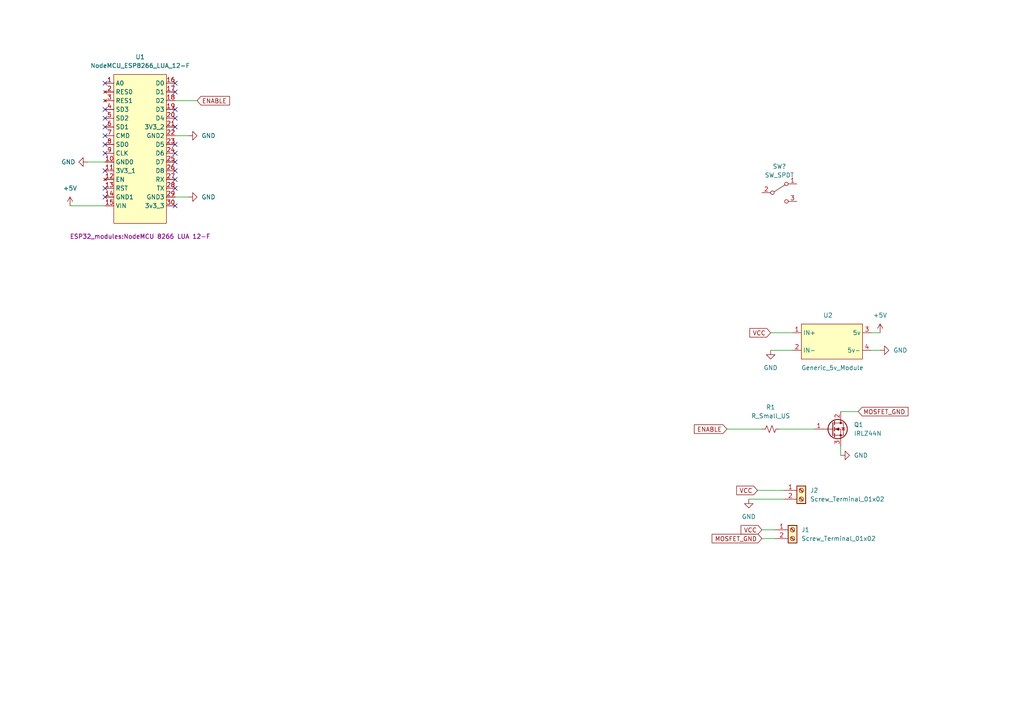
<source format=kicad_sch>
(kicad_sch (version 20211123) (generator eeschema)
  (paper "A4")
  (lib_symbols
    (symbol "Connector:Screw_Terminal_01x02" (pin_names (offset 1.016) hide)
      (property "Reference" "J" (at 0 2.54 0))
      (property "Value" "Screw_Terminal_01x02" (at 0 -5.08 0))
      (symbol "Screw_Terminal_01x02_1_1"
        (rectangle (start -1.27 1.27) (end 1.27 -3.81) (stroke (width 0.254)) (fill (type background)))
        (circle (center 0 -2.54) (radius 0.635) (stroke (width 0.1524)))
        (polyline (pts (xy -0.5334 -2.2098) (xy 0.3302 -3.048)) (stroke (width 0.1524)))
        (polyline (pts (xy -0.5334 0.3302) (xy 0.3302 -0.508)) (stroke (width 0.1524)))
        (polyline (pts (xy -0.3556 -2.032) (xy 0.508 -2.8702)) (stroke (width 0.1524)))
        (polyline (pts (xy -0.3556 0.508) (xy 0.508 -0.3302)) (stroke (width 0.1524)))
        (circle (center 0 0) (radius 0.635) (stroke (width 0.1524)))
        (pin passive line (at -5.08 0 0) (length 3.81) (name "Pin_1") (number "1"))
        (pin passive line (at -5.08 -2.54 0) (length 3.81) (name "Pin_2") (number "2"))
      )
    )
    (symbol "Converter_DCDC:Generic_5v_Module"
      (property "Reference" "U" (at 0 -12.7 0))
      (property "Value" "Generic_5v_Module" (at 0 7.62 0))
      (symbol "Generic_5v_Module_0_1"
        (rectangle (start 0 0) (end 17.78 -10.16) (fill (type background)))
        (rectangle (start 2.54 -2.54) (end 2.54 -2.54))
      )
      (symbol "Generic_5v_Module_1_1"
        (pin input line (at -2.54 -2.54 0) (length 2.54) (name "IN+") (number "1"))
        (pin input line (at -2.54 -7.62 0) (length 2.54) (name "IN-") (number "2"))
        (pin output line (at 20.32 -2.54 180) (length 2.54) (name "5v") (number "3"))
        (pin output line (at 20.32 -7.62 180) (length 2.54) (name "5v-") (number "4"))
      )
    )
    (symbol "Device:R_Small_US" (pin_numbers hide) (pin_names (offset 0.254) hide)
      (property "Reference" "R" (at 0.762 0.508 0))
      (property "Value" "R_Small_US" (at 0.762 -1.016 0))
      (symbol "R_Small_US_1_1"
        (polyline (pts (xy 0 0) (xy 1.016 -0.381) (xy 0 -0.762) (xy -1.016 -1.143) (xy 0 -1.524)))
        (polyline (pts (xy 0 1.524) (xy 1.016 1.143) (xy 0 0.762) (xy -1.016 0.381) (xy 0 0)))
        (pin passive line (at 0 2.54 270) (length 1.016) (name "~") (number "1"))
        (pin passive line (at 0 -2.54 90) (length 1.016) (name "~") (number "2"))
      )
    )
    (symbol "Espressif:NodeMCU_ESP8266_LUA_12-F"
      (property "Reference" "U" (at 10.16 -43.18 0))
      (property "Value" "NodeMCU_ESP8266_LUA_12-F" (at 7.62 5.08 0))
      (symbol "NodeMCU_ESP8266_LUA_12-F_0_0"
        (pin input line (at 0 0 0) (length 2.54) (name "A0") (number "1"))
        (pin power_out line (at 0 -22.86 0) (length 2.54) (name "GND0") (number "10"))
        (pin input line (at 0 -25.4 0) (length 2.54) (name "3V3_1") (number "11"))
        (pin no_connect line (at 0 -27.94 0) (length 2.54) (name "EN") (number "12"))
        (pin unspecified line (at 0 -30.48 0) (length 2.54) (name "RST") (number "13"))
        (pin unspecified line (at 0 -33.02 0) (length 2.54) (name "GND1") (number "14"))
        (pin power_in line (at 0 -35.56 0) (length 2.54) (name "VIN") (number "15"))
        (pin bidirectional line (at 20.32 0 180) (length 2.54) (name "D0") (number "16"))
        (pin bidirectional line (at 20.32 -2.54 180) (length 2.54) (name "D1") (number "17"))
        (pin bidirectional line (at 20.32 -5.08 180) (length 2.54) (name "D2") (number "18"))
        (pin bidirectional line (at 20.32 -7.62 180) (length 2.54) (name "D3") (number "19"))
        (pin no_connect line (at 0 -2.54 0) (length 2.54) (name "RES0") (number "2"))
        (pin bidirectional line (at 20.32 -10.16 180) (length 2.54) (name "D4") (number "20"))
        (pin power_in line (at 20.32 -12.7 180) (length 2.54) (name "3V3_2") (number "21"))
        (pin power_out line (at 20.32 -15.24 180) (length 2.54) (name "GND2") (number "22"))
        (pin bidirectional line (at 20.32 -17.78 180) (length 2.54) (name "D5") (number "23"))
        (pin bidirectional line (at 20.32 -20.32 180) (length 2.54) (name "D6") (number "24"))
        (pin bidirectional line (at 20.32 -22.86 180) (length 2.54) (name "D7") (number "25"))
        (pin bidirectional line (at 20.32 -25.4 180) (length 2.54) (name "D8") (number "26"))
        (pin input line (at 20.32 -27.94 180) (length 2.54) (name "RX") (number "27"))
        (pin output line (at 20.32 -30.48 180) (length 2.54) (name "TX") (number "28"))
        (pin power_out line (at 20.32 -33.02 180) (length 2.54) (name "GND3") (number "29"))
        (pin no_connect line (at 0 -5.08 0) (length 2.54) (name "RES1") (number "3"))
        (pin power_in line (at 20.32 -35.56 180) (length 2.54) (name "3v3_3") (number "30"))
        (pin bidirectional line (at 0 -7.62 0) (length 2.54) (name "SD3") (number "4"))
        (pin bidirectional line (at 0 -10.16 0) (length 2.54) (name "SD2") (number "5"))
        (pin bidirectional line (at 0 -12.7 0) (length 2.54) (name "SD1") (number "6"))
        (pin bidirectional line (at 0 -15.24 0) (length 2.54) (name "CMD") (number "7"))
        (pin bidirectional line (at 0 -17.78 0) (length 2.54) (name "SD0") (number "8"))
        (pin bidirectional line (at 0 -20.32 0) (length 2.54) (name "CLK") (number "9"))
      )
      (symbol "NodeMCU_ESP8266_LUA_12-F_0_1"
        (rectangle (start 2.54 2.54) (end 17.78 -40.64) (fill (type background)))
      )
    )
    (symbol "Switch:SW_SPDT" (pin_names (offset 0) hide)
      (property "Reference" "SW" (at 0 4.318 0))
      (property "Value" "SW_SPDT" (at 0 -5.08 0))
      (symbol "SW_SPDT_0_0"
        (circle (center -2.032 0) (radius 0.508))
        (circle (center 2.032 -2.54) (radius 0.508))
      )
      (symbol "SW_SPDT_0_1"
        (polyline (pts (xy -1.524 0.254) (xy 1.651 2.286)))
        (circle (center 2.032 2.54) (radius 0.508))
      )
      (symbol "SW_SPDT_1_1"
        (pin passive line (at 5.08 2.54 180) (length 2.54) (name "A") (number "1"))
        (pin passive line (at -5.08 0 0) (length 2.54) (name "B") (number "2"))
        (pin passive line (at 5.08 -2.54 180) (length 2.54) (name "C") (number "3"))
      )
    )
    (symbol "Transistor_FET:IRLZ44N" (pin_names hide)
      (property "Reference" "Q" (at 6.35 1.905 0))
      (property "Value" "IRLZ44N" (at 6.35 0 0))
      (symbol "IRLZ44N_0_1"
        (polyline (pts (xy 0.254 0) (xy -2.54 0)))
        (polyline (pts (xy 0.254 1.905) (xy 0.254 -1.905)) (stroke (width 0.254)))
        (polyline (pts (xy 0.762 -1.27) (xy 0.762 -2.286)) (stroke (width 0.254)))
        (polyline (pts (xy 0.762 0.508) (xy 0.762 -0.508)) (stroke (width 0.254)))
        (polyline (pts (xy 0.762 2.286) (xy 0.762 1.27)) (stroke (width 0.254)))
        (polyline (pts (xy 2.54 2.54) (xy 2.54 1.778)))
        (polyline (pts (xy 2.54 -2.54) (xy 2.54 0) (xy 0.762 0)))
        (polyline (pts (xy 0.762 -1.778) (xy 3.302 -1.778) (xy 3.302 1.778) (xy 0.762 1.778)))
        (polyline (pts (xy 1.016 0) (xy 2.032 0.381) (xy 2.032 -0.381) (xy 1.016 0)) (fill (type outline)))
        (polyline (pts (xy 2.794 0.508) (xy 2.921 0.381) (xy 3.683 0.381) (xy 3.81 0.254)))
        (polyline (pts (xy 3.302 0.381) (xy 2.921 -0.254) (xy 3.683 -0.254) (xy 3.302 0.381)))
        (circle (center 1.651 0) (radius 2.794) (stroke (width 0.254)))
        (circle (center 2.54 -1.778) (radius 0.254) (fill (type outline)))
        (circle (center 2.54 1.778) (radius 0.254) (fill (type outline)))
      )
      (symbol "IRLZ44N_1_1"
        (pin input line (at -5.08 0 0) (length 2.54) (name "G") (number "1"))
        (pin passive line (at 2.54 5.08 270) (length 2.54) (name "D") (number "2"))
        (pin passive line (at 2.54 -5.08 90) (length 2.54) (name "S") (number "3"))
      )
    )
    (symbol "power:+5V" (power) (pin_names (offset 0))
      (property "Value" "+5V" (at 0 3.556 0))
      (symbol "+5V_0_1"
        (polyline (pts (xy -0.762 1.27) (xy 0 2.54)))
        (polyline (pts (xy 0 0) (xy 0 2.54)))
        (polyline (pts (xy 0 2.54) (xy 0.762 1.27)))
      )
      (symbol "+5V_1_1"
        (pin power_in line (at 0 0 90) (length 0) hide (name "+5V") (number "1"))
      )
    )
    (symbol "power:GND" (power) (pin_names (offset 0))
      (property "Value" "GND" (at 0 -3.81 0))
      (symbol "GND_0_1"
        (polyline (pts (xy 0 0) (xy 0 -1.27) (xy 1.27 -1.27) (xy 0 -2.54) (xy -1.27 -1.27) (xy 0 -1.27)))
      )
      (symbol "GND_1_1"
        (pin power_in line (at 0 0 270) (length 0) hide (name "GND") (number "1"))
      )
    )
  )
  (no_connect (at 50.8 46.99))
  (no_connect (at 50.8 49.53))
  (no_connect (at 50.8 52.07))
  (no_connect (at 50.8 54.61))
  (no_connect (at 50.8 24.13))
  (no_connect (at 50.8 26.67))
  (no_connect (at 50.8 31.75))
  (no_connect (at 50.8 34.29))
  (no_connect (at 30.48 24.13))
  (no_connect (at 50.8 36.83))
  (no_connect (at 50.8 41.91))
  (no_connect (at 50.8 44.45))
  (no_connect (at 30.48 34.29))
  (no_connect (at 30.48 31.75))
  (no_connect (at 50.8 59.69))
  (no_connect (at 30.48 57.15))
  (no_connect (at 30.48 54.61))
  (no_connect (at 30.48 49.53))
  (no_connect (at 30.48 44.45))
  (no_connect (at 30.48 41.91))
  (no_connect (at 30.48 39.37))
  (no_connect (at 30.48 36.83))
  (wire (pts (xy 223.52 101.6) (xy 229.87 101.6)))
  (wire (pts (xy 252.73 101.6) (xy 255.27 101.6)))
  (wire (pts (xy 50.8 39.37) (xy 54.61 39.37)))
  (wire (pts (xy 255.27 96.52) (xy 252.73 96.52)))
  (wire (pts (xy 219.71 142.24) (xy 227.33 142.24)))
  (wire (pts (xy 220.98 153.67) (xy 224.79 153.67)))
  (wire (pts (xy 25.4 46.99) (xy 30.48 46.99)))
  (wire (pts (xy 50.8 29.21) (xy 57.15 29.21)))
  (wire (pts (xy 20.32 59.69) (xy 30.48 59.69)))
  (wire (pts (xy 217.17 144.78) (xy 227.33 144.78)))
  (wire (pts (xy 226.06 124.46) (xy 236.22 124.46)))
  (wire (pts (xy 210.82 124.46) (xy 220.98 124.46)))
  (wire (pts (xy 243.84 129.54) (xy 243.84 132.08)))
  (wire (pts (xy 243.84 119.38) (xy 248.92 119.38)))
  (wire (pts (xy 50.8 57.15) (xy 54.61 57.15)))
  (wire (pts (xy 220.98 156.21) (xy 224.79 156.21)))
  (wire (pts (xy 223.52 96.52) (xy 229.87 96.52)))
  (global_label "VCC" (shape input) (at 219.71 142.24 180) (property "Intersheet References" "${INTERSHEET_REFS}" (effects hide)))
  (global_label "ENABLE" (shape input) (at 57.15 29.21 0) (property "Intersheet References" "${INTERSHEET_REFS}" (effects hide)))
  (global_label "ENABLE" (shape input) (at 210.82 124.46 180) (property "Intersheet References" "${INTERSHEET_REFS}" (effects hide)))
  (global_label "MOSFET_GND" (shape input) (at 220.98 156.21 180) (property "Intersheet References" "${INTERSHEET_REFS}" (effects hide)))
  (global_label "VCC" (shape input) (at 223.52 96.52 180) (property "Intersheet References" "${INTERSHEET_REFS}" (effects hide)))
  (global_label "VCC" (shape input) (at 220.98 153.67 180) (property "Intersheet References" "${INTERSHEET_REFS}" (effects hide)))
  (global_label "MOSFET_GND" (shape input) (at 248.92 119.38 0) (property "Intersheet References" "${INTERSHEET_REFS}" (effects hide)))
  (symbol (lib_id "power:GND") (at 223.52 101.6 0) (unit 1)
    (property "Reference" "#PWR06" (effects hide))
    (property "Value" "GND" (at 223.52 106.68 0))
  )
  (symbol (lib_id "Espressif:NodeMCU_ESP8266_LUA_12-F") (at 30.48 24.13 0) (unit 1)
    (property "Reference" "U1" (at 40.64 16.51 0))
    (property "Value" "NodeMCU_ESP8266_LUA_12-F" (at 40.64 19.05 0))
    (property "Footprint" "ESP32_modules:NodeMCU 8266 LUA 12-F" (at 40.64 68.58 0))
  )
  (symbol (lib_id "power:GND") (at 243.84 132.08 90) (unit 1)
    (property "Reference" "#PWR02" (effects hide))
    (property "Value" "GND" (at 247.65 132.0799 90) (effects (justify right)))
  )
  (symbol (lib_id "power:GND") (at 255.27 101.6 90) (unit 1)
    (property "Reference" "#PWR08" (effects hide))
    (property "Value" "GND" (at 259.08 101.5999 90) (effects (justify right)))
  )
  (symbol (lib_id "power:GND") (at 54.61 39.37 90) (unit 1)
    (property "Reference" "#PWR04" (effects hide))
    (property "Value" "GND" (at 58.42 39.3699 90) (effects (justify right)))
  )
  (symbol (lib_id "Transistor_FET:IRLZ44N") (at 241.3 124.46 0) (unit 1)
    (property "Reference" "Q1" (at 247.65 123.1899 0) (effects (justify left)))
    (property "Value" "IRLZ44N" (at 247.65 125.7299 0) (effects (justify left)))
    (property "Footprint" "Package_TO_SOT_THT:TO-220-3_Vertical" (effects hide))
    (property "Datasheet" "http://www.irf.com/product-info/datasheets/data/irlz44n.pdf" (effects hide))
  )
  (symbol (lib_id "Switch:SW_SPDT") (at 226.06 55.88 0) (unit 1)
    (property "Reference" "SW?" (at 226.06 48.26 0))
    (property "Value" "SW_SPDT" (at 226.06 50.8 0))
  )
  (symbol (lib_id "power:+5V") (at 20.32 59.69 0) (unit 1)
    (property "Reference" "#PWR01" (effects hide))
    (property "Value" "+5V" (at 20.32 54.61 0))
  )
  (symbol (lib_id "power:GND") (at 217.17 144.78 0) (unit 1)
    (property "Reference" "#PWR09" (effects hide))
    (property "Value" "GND" (at 217.17 149.86 0))
  )
  (symbol (lib_id "Converter_DCDC:Generic_5v_Module") (at 232.41 93.98 0) (unit 1)
    (property "Reference" "U2" (at 238.76 91.4399 0) (effects (justify left)))
    (property "Value" "Generic_5v_Module" (at 232.41 106.68 0) (effects (justify left)))
    (property "Footprint" "Converter_DCDC:DCDC_Generic-5v" (effects hide))
  )
  (symbol (lib_id "power:+5V") (at 255.27 96.52 0) (unit 1)
    (property "Reference" "#PWR07" (effects hide))
    (property "Value" "+5V" (at 255.27 91.44 0))
  )
  (symbol (lib_id "power:GND") (at 54.61 57.15 90) (unit 1)
    (property "Reference" "#PWR05" (effects hide))
    (property "Value" "GND" (at 58.42 57.1499 90) (effects (justify right)))
  )
  (symbol (lib_id "Connector:Screw_Terminal_01x02") (at 229.87 153.67 0) (unit 1)
    (property "Reference" "J1" (at 232.41 153.6699 0) (effects (justify left)))
    (property "Value" "Screw_Terminal_01x02" (at 232.41 156.2099 0) (effects (justify left)))
    (property "Footprint" "TerminalBlock:TerminalBlock_bornier-2_P5.08mm" (effects hide))
  )
  (symbol (lib_id "Connector:Screw_Terminal_01x02") (at 232.41 142.24 0) (unit 1)
    (property "Reference" "J2" (at 234.95 142.2399 0) (effects (justify left)))
    (property "Value" "Screw_Terminal_01x02" (at 234.95 144.7799 0) (effects (justify left)))
    (property "Footprint" "TerminalBlock:TerminalBlock_bornier-2_P5.08mm" (effects hide))
  )
  (symbol (lib_id "Device:R_Small_US") (at 223.52 124.46 90) (unit 1)
    (property "Reference" "R1" (at 223.52 118.11 90))
    (property "Value" "R_Small_US" (at 223.52 120.65 90))
    (property "Footprint" "Resistor_THT:R_Axial_DIN0207_L6.3mm_D2.5mm_P5.08mm_Vertical" (effects hide))
  )
  (symbol (lib_id "power:GND") (at 25.4 46.99 270) (mirror x) (unit 1)
    (property "Reference" "#PWR03" (effects hide))
    (property "Value" "GND" (at 17.78 46.99 90) (effects (justify left)))
  )
)
</source>
